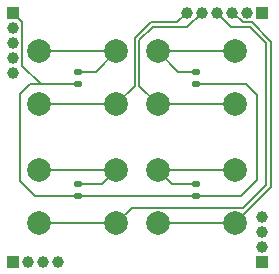
<source format=gbl>
%TF.GenerationSoftware,KiCad,Pcbnew,9.0.5-1.fc42*%
%TF.CreationDate,2025-12-03T04:04:05+01:00*%
%TF.ProjectId,Block-Switch-4,426c6f63-6b2d-4537-9769-7463682d342e,1*%
%TF.SameCoordinates,Original*%
%TF.FileFunction,Copper,L2,Bot*%
%TF.FilePolarity,Positive*%
%FSLAX46Y46*%
G04 Gerber Fmt 4.6, Leading zero omitted, Abs format (unit mm)*
G04 Created by KiCad (PCBNEW 9.0.5-1.fc42) date 2025-12-03 04:04:05*
%MOMM*%
%LPD*%
G01*
G04 APERTURE LIST*
G04 Aperture macros list*
%AMRoundRect*
0 Rectangle with rounded corners*
0 $1 Rounding radius*
0 $2 $3 $4 $5 $6 $7 $8 $9 X,Y pos of 4 corners*
0 Add a 4 corners polygon primitive as box body*
4,1,4,$2,$3,$4,$5,$6,$7,$8,$9,$2,$3,0*
0 Add four circle primitives for the rounded corners*
1,1,$1+$1,$2,$3*
1,1,$1+$1,$4,$5*
1,1,$1+$1,$6,$7*
1,1,$1+$1,$8,$9*
0 Add four rect primitives between the rounded corners*
20,1,$1+$1,$2,$3,$4,$5,0*
20,1,$1+$1,$4,$5,$6,$7,0*
20,1,$1+$1,$6,$7,$8,$9,0*
20,1,$1+$1,$8,$9,$2,$3,0*%
G04 Aperture macros list end*
%TA.AperFunction,ComponentPad*%
%ADD10C,2.000000*%
%TD*%
%TA.AperFunction,SMDPad,CuDef*%
%ADD11RoundRect,0.135000X0.185000X-0.135000X0.185000X0.135000X-0.185000X0.135000X-0.185000X-0.135000X0*%
%TD*%
%TA.AperFunction,ComponentPad*%
%ADD12R,1.000000X1.000000*%
%TD*%
%TA.AperFunction,ComponentPad*%
%ADD13C,1.000000*%
%TD*%
%TA.AperFunction,Conductor*%
%ADD14C,0.200000*%
%TD*%
G04 APERTURE END LIST*
D10*
%TO.P,SW4,1,1*%
%TO.N,Net-(R4-Pad2)*%
X140831300Y-106398190D03*
X147331300Y-106398190D03*
%TO.P,SW4,2,2*%
%TO.N,/A1*%
X140831300Y-110898190D03*
X147331300Y-110898190D03*
%TD*%
D11*
%TO.P,R4,1*%
%TO.N,/+3.3V Digital*%
X144081300Y-109158190D03*
%TO.P,R4,2*%
%TO.N,Net-(R4-Pad2)*%
X144081300Y-108138190D03*
%TD*%
D10*
%TO.P,SW3,1,1*%
%TO.N,Net-(R3-Pad2)*%
X130798700Y-106398190D03*
X137298700Y-106398190D03*
%TO.P,SW3,2,2*%
%TO.N,/A0*%
X130798700Y-110898190D03*
X137298700Y-110898190D03*
%TD*%
%TO.P,SW2,1,1*%
%TO.N,Net-(R2-Pad2)*%
X140831300Y-116431810D03*
X147331300Y-116431810D03*
%TO.P,SW2,2,2*%
%TO.N,/B*%
X140831300Y-120931810D03*
X147331300Y-120931810D03*
%TD*%
%TO.P,SW1,1,1*%
%TO.N,Net-(R1-Pad2)*%
X130798700Y-116431810D03*
X137298700Y-116431810D03*
%TO.P,SW1,2,2*%
%TO.N,/A*%
X130798700Y-120931810D03*
X137298700Y-120931810D03*
%TD*%
D12*
%TO.P,J4,1,Pin_1*%
%TO.N,/Typ0*%
X128525000Y-124205000D03*
D13*
%TO.P,J4,2,Pin_2*%
%TO.N,/Typ1*%
X129795000Y-124205000D03*
%TO.P,J4,3,Pin_3*%
%TO.N,/Typ2*%
X131065000Y-124205000D03*
%TO.P,J4,4,Pin_4*%
%TO.N,/Typ3*%
X132335000Y-124205000D03*
%TD*%
D11*
%TO.P,R3,1*%
%TO.N,/+3.3V Digital*%
X134048700Y-109158190D03*
%TO.P,R3,2*%
%TO.N,Net-(R3-Pad2)*%
X134048700Y-108138190D03*
%TD*%
%TO.P,R2,1*%
%TO.N,/+3.3V Digital*%
X144081300Y-118681810D03*
%TO.P,R2,2*%
%TO.N,Net-(R2-Pad2)*%
X144081300Y-117661810D03*
%TD*%
%TO.P,R1,1*%
%TO.N,/+3.3V Digital*%
X134048700Y-118681810D03*
%TO.P,R1,2*%
%TO.N,Net-(R1-Pad2)*%
X134048700Y-117661810D03*
%TD*%
D12*
%TO.P,J2,1,Pin_1*%
%TO.N,/Addr0*%
X149605000Y-124205000D03*
D13*
%TO.P,J2,2,Pin_2*%
%TO.N,/Addr1*%
X149605000Y-122935000D03*
%TO.P,J2,3,Pin_3*%
%TO.N,/Addr2*%
X149605000Y-121665000D03*
%TO.P,J2,4,Pin_4*%
%TO.N,/Addr3*%
X149605000Y-120395000D03*
%TD*%
D12*
%TO.P,J1,1,Pin_1*%
%TO.N,/+3.3V Digital*%
X128525000Y-103125000D03*
D13*
%TO.P,J1,2,Pin_2*%
%TO.N,/AREF*%
X128525000Y-104395000D03*
%TO.P,J1,3,Pin_3*%
%TO.N,GND*%
X128525000Y-105665000D03*
%TO.P,J1,4,Pin_4*%
%TO.N,/SlotBus.Data*%
X128525000Y-106935000D03*
%TO.P,J1,5,Pin_5*%
%TO.N,/SlotBus.Clock*%
X128525000Y-108205000D03*
%TD*%
D12*
%TO.P,J3,1,Pin_1*%
%TO.N,/LED*%
X149605000Y-103125000D03*
D13*
%TO.P,J3,2,Pin_2*%
%TO.N,/C*%
X148335000Y-103125000D03*
%TO.P,J3,3,Pin_3*%
%TO.N,/B*%
X147065000Y-103125000D03*
%TO.P,J3,4,Pin_4*%
%TO.N,/A*%
X145795000Y-103125000D03*
%TO.P,J3,5,Pin_5*%
%TO.N,/A1*%
X144525000Y-103125000D03*
%TO.P,J3,6,Pin_6*%
%TO.N,/A0*%
X143255000Y-103125000D03*
%TD*%
D14*
%TO.N,/+3.3V Digital*%
X134048700Y-109158190D02*
X130911600Y-109158190D01*
X130911600Y-109158190D02*
X129362200Y-107608790D01*
X129362200Y-107608790D02*
X129362200Y-103962200D01*
X129362200Y-103962200D02*
X128525000Y-103125000D01*
X134048700Y-118681810D02*
X130391210Y-118681810D01*
X130391210Y-118681810D02*
X129133600Y-117424200D01*
X129133600Y-117424200D02*
X129133600Y-110032800D01*
X129133600Y-110032800D02*
X130008210Y-109158190D01*
X130008210Y-109158190D02*
X134048700Y-109158190D01*
X144081300Y-109158190D02*
X148324990Y-109158190D01*
X148324990Y-109158190D02*
X149250400Y-110083600D01*
X149250400Y-110083600D02*
X149250400Y-117297200D01*
X149250400Y-117297200D02*
X147865790Y-118681810D01*
X147865790Y-118681810D02*
X144081300Y-118681810D01*
%TO.N,/A1*%
X140831300Y-110898190D02*
X139268200Y-109335090D01*
X139268200Y-109335090D02*
X139268200Y-105460800D01*
X139268200Y-105460800D02*
X140385800Y-104343200D01*
X140385800Y-104343200D02*
X143306800Y-104343200D01*
X143306800Y-104343200D02*
X144525000Y-103125000D01*
%TO.N,/A0*%
X137298700Y-110898190D02*
X138867200Y-109329690D01*
X138867200Y-109329690D02*
X138867200Y-105294700D01*
X138867200Y-105294700D02*
X140219700Y-103942200D01*
X140219700Y-103942200D02*
X142437800Y-103942200D01*
X142437800Y-103942200D02*
X143255000Y-103125000D01*
%TO.N,/A*%
X137298700Y-120931810D02*
X138599700Y-119630810D01*
X148065200Y-119630810D02*
X150005000Y-117691010D01*
X146997000Y-104327000D02*
X145795000Y-103125000D01*
X138599700Y-119630810D02*
X141370192Y-119630810D01*
X150005000Y-105741100D02*
X148590900Y-104327000D01*
X141370192Y-119630810D02*
X141373382Y-119634000D01*
X141373382Y-119634000D02*
X146789218Y-119634000D01*
X146789218Y-119634000D02*
X146792408Y-119630810D01*
X146792408Y-119630810D02*
X148065200Y-119630810D01*
X150005000Y-117691010D02*
X150005000Y-105741100D01*
X148590900Y-104327000D02*
X146997000Y-104327000D01*
%TO.N,/B*%
X147331300Y-120931810D02*
X150406000Y-117857110D01*
X148757000Y-103926000D02*
X148003214Y-103926000D01*
X150406000Y-117857110D02*
X150406000Y-105575000D01*
X150406000Y-105575000D02*
X148757000Y-103926000D01*
X148003214Y-103926000D02*
X147202214Y-103125000D01*
X147202214Y-103125000D02*
X147065000Y-103125000D01*
%TO.N,/+3.3V Digital*%
X144081300Y-118681810D02*
X134048700Y-118681810D01*
%TO.N,Net-(R3-Pad2)*%
X134048700Y-108138190D02*
X135558700Y-108138190D01*
X135558700Y-108138190D02*
X137298700Y-106398190D01*
%TO.N,Net-(R4-Pad2)*%
X144081300Y-108138190D02*
X142571300Y-108138190D01*
X142571300Y-108138190D02*
X140831300Y-106398190D01*
%TO.N,Net-(R1-Pad2)*%
X134048700Y-117661810D02*
X136068700Y-117661810D01*
X136068700Y-117661810D02*
X137298700Y-116431810D01*
%TO.N,Net-(R2-Pad2)*%
X144081300Y-117661810D02*
X142061300Y-117661810D01*
X142061300Y-117661810D02*
X140831300Y-116431810D01*
%TO.N,/B*%
X147331300Y-120931810D02*
X140831300Y-120931810D01*
%TO.N,/A*%
X137298700Y-120931810D02*
X130798700Y-120931810D01*
%TO.N,Net-(R1-Pad2)*%
X137298700Y-116431810D02*
X130798700Y-116431810D01*
%TO.N,Net-(R2-Pad2)*%
X147331300Y-116431810D02*
X140831300Y-116431810D01*
%TO.N,/A1*%
X147331300Y-110898190D02*
X140831300Y-110898190D01*
%TO.N,/A0*%
X137298700Y-110898190D02*
X130798700Y-110898190D01*
%TO.N,Net-(R3-Pad2)*%
X137298700Y-106398190D02*
X130798700Y-106398190D01*
%TO.N,Net-(R4-Pad2)*%
X147331300Y-106398190D02*
X140831300Y-106398190D01*
%TD*%
M02*

</source>
